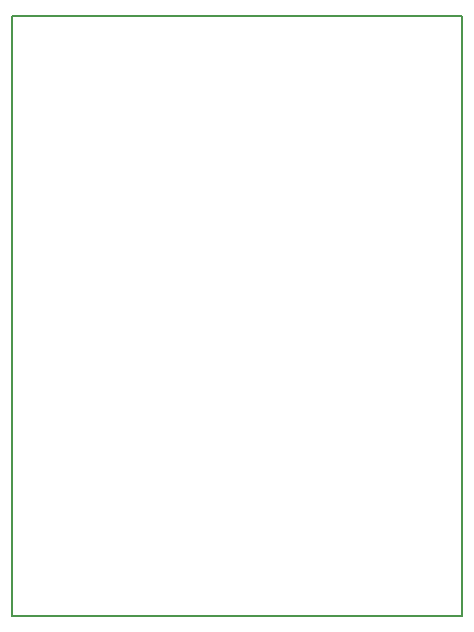
<source format=gm1>
G04 #@! TF.FileFunction,Profile,NP*
%FSLAX46Y46*%
G04 Gerber Fmt 4.6, Leading zero omitted, Abs format (unit mm)*
G04 Created by KiCad (PCBNEW (2015-08-30 BZR 6134, Git 4e94d52)-product) date 03-Sep-15 10:47:18 PM*
%MOMM*%
G01*
G04 APERTURE LIST*
%ADD10C,0.100000*%
%ADD11C,0.150000*%
G04 APERTURE END LIST*
D10*
D11*
X176280000Y-75820000D02*
X138180000Y-75820000D01*
X176280000Y-126620000D02*
X176280000Y-75820000D01*
X163580000Y-126620000D02*
X176280000Y-126620000D01*
X150880000Y-75820000D02*
X176280000Y-75820000D01*
X138180000Y-126620000D02*
X163580000Y-126620000D01*
X138180000Y-126620000D02*
X138180000Y-75820000D01*
X176280000Y-75820000D02*
X176280000Y-126620000D01*
M02*

</source>
